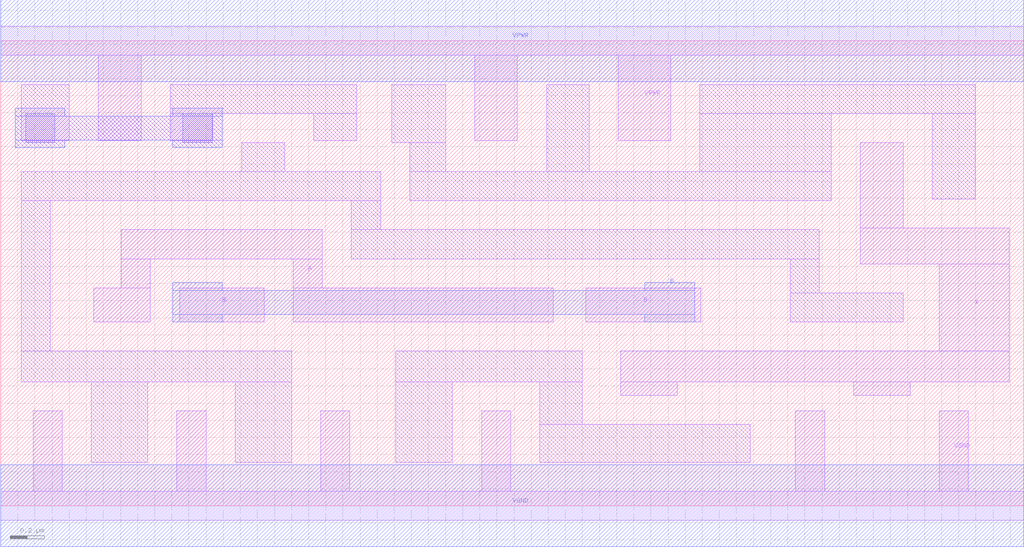
<source format=lef>
# Copyright 2020 The SkyWater PDK Authors
#
# Licensed under the Apache License, Version 2.0 (the "License");
# you may not use this file except in compliance with the License.
# You may obtain a copy of the License at
#
#     https://www.apache.org/licenses/LICENSE-2.0
#
# Unless required by applicable law or agreed to in writing, software
# distributed under the License is distributed on an "AS IS" BASIS,
# WITHOUT WARRANTIES OR CONDITIONS OF ANY KIND, either express or implied.
# See the License for the specific language governing permissions and
# limitations under the License.
#
# SPDX-License-Identifier: Apache-2.0

VERSION 5.5 ;
NAMESCASESENSITIVE ON ;
BUSBITCHARS "[]" ;
DIVIDERCHAR "/" ;
MACRO sky130_fd_sc_hd__xor2_2
  CLASS CORE ;
  SOURCE USER ;
  ORIGIN  0.000000  0.000000 ;
  SIZE  5.980000 BY  2.720000 ;
  SYMMETRY X Y R90 ;
  SITE unithd ;
  PIN A
    ANTENNAGATEAREA  0.990000 ;
    DIRECTION INPUT ;
    USE SIGNAL ;
    PORT
      LAYER li1 ;
        RECT 0.545000 1.075000 0.875000 1.275000 ;
        RECT 0.705000 1.275000 0.875000 1.445000 ;
        RECT 0.705000 1.445000 1.880000 1.615000 ;
        RECT 1.710000 1.075000 3.230000 1.275000 ;
        RECT 1.710000 1.275000 1.880000 1.445000 ;
    END
  END A
  PIN B
    ANTENNAGATEAREA  0.990000 ;
    DIRECTION INPUT ;
    USE SIGNAL ;
    PORT
      LAYER li1 ;
        RECT 1.045000 1.075000 1.540000 1.275000 ;
    END
    PORT
      LAYER li1 ;
        RECT 3.420000 1.075000 4.090000 1.275000 ;
    END
    PORT
      LAYER met1 ;
        RECT 1.005000 1.075000 1.295000 1.120000 ;
        RECT 1.005000 1.120000 4.055000 1.260000 ;
        RECT 1.005000 1.260000 1.295000 1.305000 ;
        RECT 3.765000 1.075000 4.055000 1.120000 ;
        RECT 3.765000 1.260000 4.055000 1.305000 ;
    END
  END B
  PIN X
    ANTENNADIFFAREA  0.656750 ;
    DIRECTION OUTPUT ;
    USE SIGNAL ;
    PORT
      LAYER li1 ;
        RECT 3.625000 0.645000 3.955000 0.725000 ;
        RECT 3.625000 0.725000 5.895000 0.905000 ;
        RECT 4.985000 0.645000 5.315000 0.725000 ;
        RECT 5.025000 1.415000 5.895000 1.625000 ;
        RECT 5.025000 1.625000 5.275000 2.125000 ;
        RECT 5.485000 0.905000 5.895000 1.415000 ;
    END
  END X
  PIN VGND
    DIRECTION INOUT ;
    SHAPE ABUTMENT ;
    USE GROUND ;
    PORT
      LAYER li1 ;
        RECT 0.000000 -0.085000 5.980000 0.085000 ;
        RECT 0.190000  0.085000 0.360000 0.555000 ;
        RECT 1.030000  0.085000 1.200000 0.555000 ;
        RECT 1.870000  0.085000 2.040000 0.555000 ;
        RECT 2.810000  0.085000 2.980000 0.555000 ;
        RECT 4.645000  0.085000 4.815000 0.555000 ;
        RECT 5.485000  0.085000 5.655000 0.555000 ;
    END
    PORT
      LAYER met1 ;
        RECT 0.000000 -0.240000 5.980000 0.240000 ;
    END
  END VGND
  PIN VNB
    DIRECTION INOUT ;
    USE GROUND ;
    PORT
    END
  END VNB
  PIN VPB
    DIRECTION INOUT ;
    USE POWER ;
    PORT
    END
  END VPB
  PIN VPWR
    DIRECTION INOUT ;
    SHAPE ABUTMENT ;
    USE POWER ;
    PORT
      LAYER li1 ;
        RECT 0.000000 2.635000 5.980000 2.805000 ;
        RECT 0.570000 2.135000 0.820000 2.635000 ;
        RECT 2.770000 2.135000 3.020000 2.635000 ;
        RECT 3.610000 2.135000 3.915000 2.635000 ;
    END
    PORT
      LAYER met1 ;
        RECT 0.000000 2.480000 5.980000 2.960000 ;
    END
  END VPWR
  OBS
    LAYER li1 ;
      RECT 0.120000 0.725000 1.700000 0.905000 ;
      RECT 0.120000 0.905000 0.290000 1.785000 ;
      RECT 0.120000 1.785000 2.220000 1.955000 ;
      RECT 0.120000 2.135000 0.400000 2.465000 ;
      RECT 0.145000 2.125000 0.315000 2.135000 ;
      RECT 0.530000 0.255000 0.860000 0.725000 ;
      RECT 0.990000 2.135000 1.240000 2.295000 ;
      RECT 0.990000 2.295000 2.080000 2.465000 ;
      RECT 1.065000 2.125000 1.235000 2.135000 ;
      RECT 1.370000 0.255000 1.700000 0.725000 ;
      RECT 1.410000 1.955000 1.660000 2.125000 ;
      RECT 1.830000 2.135000 2.080000 2.295000 ;
      RECT 2.050000 1.445000 4.785000 1.615000 ;
      RECT 2.050000 1.615000 2.220000 1.785000 ;
      RECT 2.285000 2.125000 2.600000 2.465000 ;
      RECT 2.310000 0.255000 2.640000 0.725000 ;
      RECT 2.310000 0.725000 3.400000 0.905000 ;
      RECT 2.390000 1.785000 4.855000 1.955000 ;
      RECT 2.390000 1.955000 2.600000 2.125000 ;
      RECT 3.150000 0.255000 4.380000 0.475000 ;
      RECT 3.150000 0.475000 3.400000 0.725000 ;
      RECT 3.190000 1.955000 3.440000 2.465000 ;
      RECT 4.085000 1.955000 4.855000 2.295000 ;
      RECT 4.085000 2.295000 5.695000 2.465000 ;
      RECT 4.615000 1.075000 5.275000 1.245000 ;
      RECT 4.615000 1.245000 4.785000 1.445000 ;
      RECT 5.445000 1.795000 5.695000 2.295000 ;
    LAYER mcon ;
      RECT 0.145000 2.125000 0.315000 2.295000 ;
      RECT 1.065000 2.125000 1.235000 2.295000 ;
    LAYER met1 ;
      RECT 0.085000 2.095000 0.375000 2.140000 ;
      RECT 0.085000 2.140000 1.295000 2.280000 ;
      RECT 0.085000 2.280000 0.375000 2.325000 ;
      RECT 1.005000 2.095000 1.295000 2.140000 ;
      RECT 1.005000 2.280000 1.295000 2.325000 ;
  END
END sky130_fd_sc_hd__xor2_2
END LIBRARY

</source>
